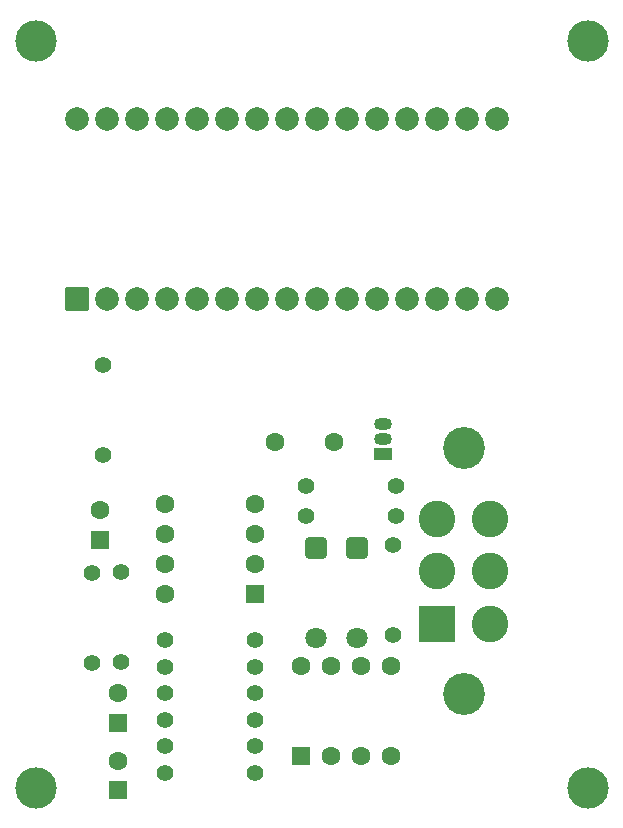
<source format=gbr>
%TF.GenerationSoftware,KiCad,Pcbnew,9.0.4*%
%TF.CreationDate,2025-11-23T23:56:54-07:00*%
%TF.ProjectId,New Tachometer,4e657720-5461-4636-986f-6d657465722e,rev?*%
%TF.SameCoordinates,Original*%
%TF.FileFunction,Soldermask,Bot*%
%TF.FilePolarity,Negative*%
%FSLAX46Y46*%
G04 Gerber Fmt 4.6, Leading zero omitted, Abs format (unit mm)*
G04 Created by KiCad (PCBNEW 9.0.4) date 2025-11-23 23:56:54*
%MOMM*%
%LPD*%
G01*
G04 APERTURE LIST*
G04 Aperture macros list*
%AMRoundRect*
0 Rectangle with rounded corners*
0 $1 Rounding radius*
0 $2 $3 $4 $5 $6 $7 $8 $9 X,Y pos of 4 corners*
0 Add a 4 corners polygon primitive as box body*
4,1,4,$2,$3,$4,$5,$6,$7,$8,$9,$2,$3,0*
0 Add four circle primitives for the rounded corners*
1,1,$1+$1,$2,$3*
1,1,$1+$1,$4,$5*
1,1,$1+$1,$6,$7*
1,1,$1+$1,$8,$9*
0 Add four rect primitives between the rounded corners*
20,1,$1+$1,$2,$3,$4,$5,0*
20,1,$1+$1,$4,$5,$6,$7,0*
20,1,$1+$1,$6,$7,$8,$9,0*
20,1,$1+$1,$8,$9,$2,$3,0*%
G04 Aperture macros list end*
%ADD10C,1.400000*%
%ADD11RoundRect,0.102000X0.900000X-0.900000X0.900000X0.900000X-0.900000X0.900000X-0.900000X-0.900000X0*%
%ADD12C,2.004000*%
%ADD13RoundRect,0.250000X0.550000X-0.550000X0.550000X0.550000X-0.550000X0.550000X-0.550000X-0.550000X0*%
%ADD14C,1.600000*%
%ADD15RoundRect,0.250000X0.550000X0.550000X-0.550000X0.550000X-0.550000X-0.550000X0.550000X-0.550000X0*%
%ADD16RoundRect,0.250000X-0.650000X0.650000X-0.650000X-0.650000X0.650000X-0.650000X0.650000X0.650000X0*%
%ADD17C,1.800000*%
%ADD18C,3.550000*%
%ADD19RoundRect,0.102000X1.447500X-1.447500X1.447500X1.447500X-1.447500X1.447500X-1.447500X-1.447500X0*%
%ADD20C,3.099000*%
%ADD21C,3.500000*%
%ADD22R,1.500000X1.050000*%
%ADD23O,1.500000X1.050000*%
G04 APERTURE END LIST*
D10*
%TO.C,R10*%
X113810000Y-124750000D03*
X106190000Y-124750000D03*
%TD*%
%TO.C,R2*%
X118130000Y-107500000D03*
X125750000Y-107500000D03*
%TD*%
%TO.C,R7*%
X106190000Y-122500000D03*
X113810000Y-122500000D03*
%TD*%
%TO.C,R9*%
X106190000Y-129250000D03*
X113810000Y-129250000D03*
%TD*%
D11*
%TO.C,UNIT_1*%
X98767500Y-89120000D03*
D12*
X101307500Y-89120000D03*
X103847500Y-89120000D03*
X106387500Y-89120000D03*
X108927500Y-89120000D03*
X111467500Y-89120000D03*
X114007500Y-89120000D03*
X116547500Y-89120000D03*
X119087500Y-89120000D03*
X121627500Y-89120000D03*
X124167500Y-89120000D03*
X126707500Y-89120000D03*
X129247500Y-89120000D03*
X131787500Y-89120000D03*
X134327500Y-89120000D03*
X134327500Y-73880000D03*
X131787500Y-73880000D03*
X129247500Y-73880000D03*
X126707500Y-73880000D03*
X124167500Y-73880000D03*
X121627500Y-73880000D03*
X119087500Y-73880000D03*
X116547500Y-73880000D03*
X114007500Y-73880000D03*
X111467500Y-73880000D03*
X108927500Y-73880000D03*
X106387500Y-73880000D03*
X103847500Y-73880000D03*
X101307500Y-73880000D03*
X98767500Y-73880000D03*
%TD*%
D13*
%TO.C,C3*%
X102250000Y-125000000D03*
D14*
X102250000Y-122500000D03*
%TD*%
D15*
%TO.C,U1*%
X113805000Y-114120000D03*
D14*
X113805000Y-111580000D03*
X113805000Y-109040000D03*
X113805000Y-106500000D03*
X106185000Y-106500000D03*
X106185000Y-109040000D03*
X106185000Y-111580000D03*
X106185000Y-114120000D03*
%TD*%
D16*
%TO.C,D1*%
X119000000Y-110190000D03*
D17*
X119000000Y-117810000D03*
%TD*%
D10*
%TO.C,R11*%
X100000000Y-112294887D03*
X100000000Y-119914887D03*
%TD*%
%TO.C,R8*%
X106190000Y-127000000D03*
X113810000Y-127000000D03*
%TD*%
D16*
%TO.C,D2*%
X122500000Y-110190000D03*
D17*
X122500000Y-117810000D03*
%TD*%
D10*
%TO.C,R3*%
X118130000Y-105000000D03*
X125750000Y-105000000D03*
%TD*%
D13*
%TO.C,U2*%
X117690000Y-127805000D03*
D14*
X120230000Y-127805000D03*
X122770000Y-127805000D03*
X125310000Y-127805000D03*
X125310000Y-120185000D03*
X122770000Y-120185000D03*
X120230000Y-120185000D03*
X117690000Y-120185000D03*
%TD*%
D18*
%TO.C,J1*%
X131500000Y-122580000D03*
X131500000Y-101750000D03*
D19*
X129270000Y-116615000D03*
D20*
X129270000Y-112165000D03*
X129270000Y-107725000D03*
X133720000Y-107725000D03*
X133720000Y-112165000D03*
X133720000Y-116615000D03*
%TD*%
D21*
%TO.C,REF\u002A\u002A*%
X95250000Y-130500000D03*
%TD*%
D10*
%TO.C,R1*%
X125500000Y-117620000D03*
X125500000Y-110000000D03*
%TD*%
%TO.C,R4*%
X113810000Y-120250000D03*
X106190000Y-120250000D03*
%TD*%
%TO.C,R6*%
X106190000Y-118000000D03*
X113810000Y-118000000D03*
%TD*%
%TO.C,R13*%
X101000000Y-102310000D03*
X101000000Y-94690000D03*
%TD*%
D21*
%TO.C,REF\u002A\u002A*%
X142000000Y-67250000D03*
%TD*%
%TO.C,REF\u002A\u002A*%
X95250000Y-67250000D03*
%TD*%
D10*
%TO.C,R5*%
X102500000Y-119854887D03*
X102500000Y-112234887D03*
%TD*%
D13*
%TO.C,C2*%
X102250000Y-130705113D03*
D14*
X102250000Y-128205113D03*
%TD*%
D21*
%TO.C,REF\u002A\u002A*%
X142000000Y-130500000D03*
%TD*%
D14*
%TO.C,C4*%
X115500000Y-101250000D03*
X120500000Y-101250000D03*
%TD*%
D13*
%TO.C,C1*%
X100750000Y-109500000D03*
D14*
X100750000Y-107000000D03*
%TD*%
D22*
%TO.C,Q1*%
X124700000Y-102290000D03*
D23*
X124700000Y-101020000D03*
X124700000Y-99750000D03*
%TD*%
M02*

</source>
